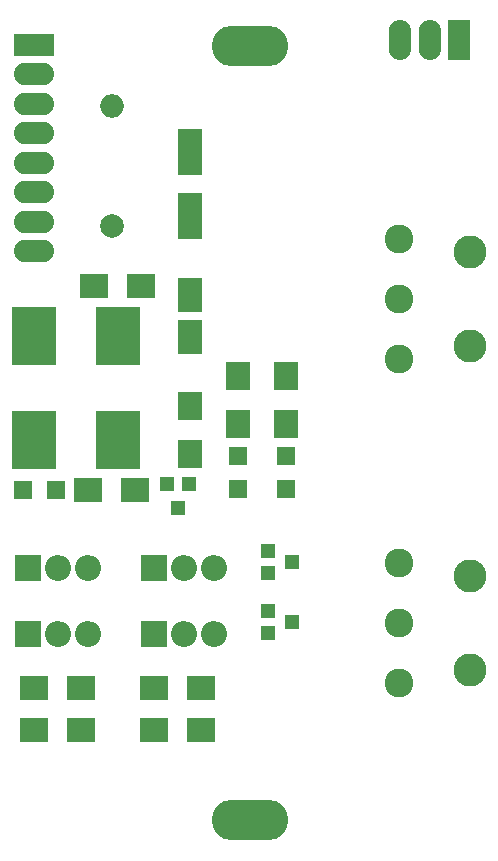
<source format=gbr>
G04 #@! TF.FileFunction,Soldermask,Top*
%FSLAX46Y46*%
G04 Gerber Fmt 4.6, Leading zero omitted, Abs format (unit mm)*
G04 Created by KiCad (PCBNEW 4.0.7) date 07/23/18 16:16:28*
%MOMM*%
%LPD*%
G01*
G04 APERTURE LIST*
%ADD10C,0.100000*%
%ADD11R,2.000000X3.900000*%
%ADD12R,2.000000X3.000000*%
%ADD13R,3.700000X4.900000*%
%ADD14R,1.500000X1.500000*%
%ADD15R,3.400000X1.900000*%
%ADD16O,3.400000X1.900000*%
%ADD17R,1.900000X3.400000*%
%ADD18O,1.900000X3.400000*%
%ADD19O,6.469000X3.448000*%
%ADD20R,1.200000X1.300000*%
%ADD21R,1.300000X1.200000*%
%ADD22R,2.200000X2.200000*%
%ADD23O,2.200000X2.200000*%
%ADD24C,2.000000*%
%ADD25O,2.000000X2.000000*%
%ADD26R,2.400000X2.100000*%
%ADD27R,2.100000X2.400000*%
%ADD28C,2.432000*%
%ADD29C,2.800000*%
G04 APERTURE END LIST*
D10*
D11*
X139700000Y-76360000D03*
X139700000Y-70960000D03*
D12*
X139700000Y-86636000D03*
X139700000Y-83036000D03*
D13*
X133604000Y-86532000D03*
X133604000Y-95332000D03*
X126492000Y-86532000D03*
X126492000Y-95332000D03*
D14*
X128400000Y-99568000D03*
X125600000Y-99568000D03*
X143764000Y-99444000D03*
X143764000Y-96644000D03*
X147828000Y-99444000D03*
X147828000Y-96644000D03*
D15*
X126492000Y-61862000D03*
D16*
X126492000Y-64362000D03*
X126492000Y-66862000D03*
X126492000Y-69362000D03*
X126492000Y-71862000D03*
X126492000Y-74362000D03*
X126492000Y-76862000D03*
X126492000Y-79362000D03*
D17*
X162520000Y-61468000D03*
D18*
X160020000Y-61468000D03*
X157520000Y-61468000D03*
D19*
X144780000Y-61976000D03*
X144780000Y-127508000D03*
D20*
X139634000Y-99076000D03*
X137734000Y-99076000D03*
X138684000Y-101076000D03*
D21*
X146320000Y-109794000D03*
X146320000Y-111694000D03*
X148320000Y-110744000D03*
X146320000Y-104714000D03*
X146320000Y-106614000D03*
X148320000Y-105664000D03*
D22*
X125984000Y-106172000D03*
D23*
X128524000Y-106172000D03*
X131064000Y-106172000D03*
D22*
X125984000Y-111760000D03*
D23*
X128524000Y-111760000D03*
X131064000Y-111760000D03*
D22*
X136652000Y-111760000D03*
D23*
X139192000Y-111760000D03*
X141732000Y-111760000D03*
D22*
X136652000Y-106172000D03*
D23*
X139192000Y-106172000D03*
X141732000Y-106172000D03*
D24*
X133096000Y-77216000D03*
D25*
X133096000Y-67056000D03*
D26*
X135604000Y-82296000D03*
X131604000Y-82296000D03*
D27*
X143764000Y-93948000D03*
X143764000Y-89948000D03*
X139700000Y-96488000D03*
X139700000Y-92488000D03*
D26*
X135096000Y-99568000D03*
X131096000Y-99568000D03*
D27*
X147828000Y-93948000D03*
X147828000Y-89948000D03*
D26*
X136684000Y-119888000D03*
X140684000Y-119888000D03*
X130524000Y-116332000D03*
X126524000Y-116332000D03*
X136684000Y-116332000D03*
X140684000Y-116332000D03*
X130524000Y-119888000D03*
X126524000Y-119888000D03*
D28*
X157416500Y-105727500D03*
X157416500Y-115887500D03*
X157416500Y-110807500D03*
D29*
X163449000Y-106807000D03*
X163449000Y-114808000D03*
D28*
X157416500Y-78295500D03*
X157416500Y-88455500D03*
X157416500Y-83375500D03*
D29*
X163449000Y-79375000D03*
X163449000Y-87376000D03*
M02*

</source>
